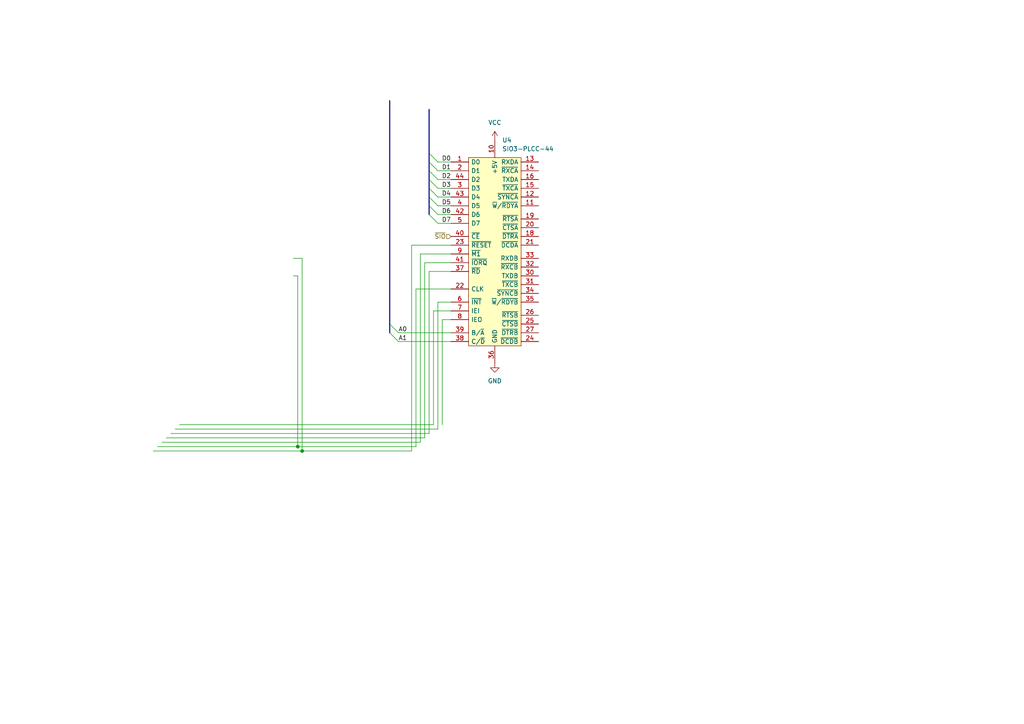
<source format=kicad_sch>
(kicad_sch (version 20250114) (generator "eeschema") (generator_version "9.0")
  (paper "A4")
  (lib_symbols
    (symbol "Zilog_Z80_Peripherals:SIO3-PLCC-44" (pin_names (offset 0.762))
      (property "Reference" "IC" (at 0 1.27 0))
      (property "Value" "SIO3-PLCC-44" (at 7.62 1.27 0))
      (symbol "SIO3-PLCC-44_0_0"
        (pin bidirectional line (at -5.08 -1.27 0) (length 5.08) (name "D0") (number "1"))
        (pin bidirectional line (at -5.08 -3.81 0) (length 5.08) (name "D1") (number "2"))
        (pin bidirectional line (at -5.08 -6.35 0) (length 5.08) (name "D2") (number "44"))
        (pin bidirectional line (at -5.08 -8.89 0) (length 5.08) (name "D3") (number "3"))
        (pin bidirectional line (at -5.08 -11.43 0) (length 5.08) (name "D4") (number "43"))
        (pin bidirectional line (at -5.08 -13.97 0) (length 5.08) (name "D5") (number "4"))
        (pin bidirectional line (at -5.08 -16.51 0) (length 5.08) (name "D6") (number "42"))
        (pin bidirectional line (at -5.08 -19.05 0) (length 5.08) (name "D7") (number "5"))
        (pin input line (at -5.08 -22.86 0) (length 5.08) (name "~{CE}") (number "40"))
        (pin input line (at -5.08 -25.4 0) (length 5.08) (name "~{RESET}") (number "23"))
        (pin input line (at -5.08 -27.94 0) (length 5.08) (name "~{M1}") (number "9"))
        (pin input line (at -5.08 -30.48 0) (length 5.08) (name "~{IORQ}") (number "41"))
        (pin input line (at -5.08 -33.02 0) (length 5.08) (name "~{RD}") (number "37"))
        (pin input line (at -5.08 -38.1 0) (length 5.08) (name "CLK") (number "22"))
        (pin open_collector line (at -5.08 -41.91 0) (length 5.08) (name "~{INT}") (number "6"))
        (pin input line (at -5.08 -44.45 0) (length 5.08) (name "IEI") (number "7"))
        (pin output line (at -5.08 -46.99 0) (length 5.08) (name "IEO") (number "8"))
        (pin input line (at -5.08 -50.8 0) (length 5.08) (name "B/~{A}") (number "39"))
        (pin input line (at -5.08 -53.34 0) (length 5.08) (name "C/~{D}") (number "38"))
        (pin power_in line (at 7.62 5.08 270) (length 5.08) (name "+5V") (number "10"))
        (pin power_in line (at 7.62 -59.69 90) (length 5.08) (name "GND") (number "36"))
        (pin no_connect line (at 11.43 -16.51 0) (length 2.54) (hide yes) (name "NC") (number "28"))
        (pin no_connect line (at 11.43 -19.05 0) (length 2.54) (hide yes) (name "NC") (number "29"))
        (pin no_connect line (at 11.43 -21.59 0) (length 2.54) (hide yes) (name "NC") (number "17"))
        (pin input line (at 20.32 -1.27 180) (length 5.08) (name "RXDA") (number "13"))
        (pin input line (at 20.32 -3.81 180) (length 5.08) (name "~{RXCA}") (number "14"))
        (pin output line (at 20.32 -6.35 180) (length 5.08) (name "TXDA") (number "16"))
        (pin output line (at 20.32 -8.89 180) (length 5.08) (name "~{TXCA}") (number "15"))
        (pin bidirectional line (at 20.32 -11.43 180) (length 5.08) (name "~{SYNCA}") (number "12"))
        (pin output line (at 20.32 -13.97 180) (length 5.08) (name "~{W}/~{RDYA}") (number "11"))
        (pin output line (at 20.32 -17.78 180) (length 5.08) (name "~{RTSA}") (number "19"))
        (pin input line (at 20.32 -20.32 180) (length 5.08) (name "~{CTSA}") (number "20"))
        (pin output line (at 20.32 -22.86 180) (length 5.08) (name "~{DTRA}") (number "18"))
        (pin input line (at 20.32 -25.4 180) (length 5.08) (name "~{DCDA}") (number "21"))
        (pin input line (at 20.32 -29.21 180) (length 5.08) (name "RXDB") (number "33"))
        (pin input line (at 20.32 -31.75 180) (length 5.08) (name "~{RXCB}") (number "32"))
        (pin output line (at 20.32 -34.29 180) (length 5.08) (name "TXDB") (number "30"))
        (pin input line (at 20.32 -36.83 180) (length 5.08) (name "~{TXCB}") (number "31"))
        (pin bidirectional line (at 20.32 -39.37 180) (length 5.08) (name "~{SYNCB}") (number "34"))
        (pin output line (at 20.32 -41.91 180) (length 5.08) (name "~{W}/~{RDYB}") (number "35"))
        (pin output line (at 20.32 -45.72 180) (length 5.08) (name "~{RTSB}") (number "26"))
        (pin input line (at 20.32 -48.26 180) (length 5.08) (name "~{CTSB}") (number "25"))
        (pin output line (at 20.32 -50.8 180) (length 5.08) (name "~{DTRB}") (number "27"))
        (pin input line (at 20.32 -53.34 180) (length 5.08) (name "~{DCDB}") (number "24"))
      )
      (symbol "SIO3-PLCC-44_0_1"
        (rectangle (start 0 0) (end 15.24 -54.61) (fill (type background)))
      )
    )
    (symbol "power:GND" (power) (pin_numbers (hide yes)) (pin_names (offset 0) (hide yes))
      (property "Value" "GND" (at 0 -3.81 0))
      (symbol "GND_0_1"
        (polyline (pts (xy 0 0) (xy 0 -1.27) (xy 1.27 -1.27) (xy 0 -2.54) (xy -1.27 -1.27) (xy 0 -1.27)))
      )
      (symbol "GND_1_1"
        (pin power_in line (at 0 0 270) (length 0) (name "~") (number "1"))
      )
    )
    (symbol "power:VCC" (power) (pin_numbers (hide yes)) (pin_names (offset 0) (hide yes))
      (property "Value" "VCC" (at 0 3.556 0))
      (symbol "VCC_0_1"
        (polyline (pts (xy -0.762 1.27) (xy 0 2.54)))
        (polyline (pts (xy 0 2.54) (xy 0.762 1.27)))
        (polyline (pts (xy 0 0) (xy 0 2.54)))
      )
      (symbol "VCC_1_1"
        (pin power_in line (at 0 0 90) (length 0) (name "~") (number "1"))
      )
    )
  )
  (junction (at 87.63 130.81))
  (junction (at 86.36 129.54))
  (bus_entry (at 124.46 59.69) (size 2.54 2.54))
  (bus_entry (at 124.46 62.23) (size 2.54 2.54))
  (bus_entry (at 124.46 49.53) (size 2.54 2.54))
  (bus_entry (at 124.46 44.45) (size 2.54 2.54))
  (bus_entry (at 124.46 52.07) (size 2.54 2.54))
  (bus_entry (at 113.03 96.52) (size 2.54 2.54))
  (bus_entry (at 124.46 57.15) (size 2.54 2.54))
  (bus_entry (at 124.46 46.99) (size 2.54 2.54))
  (bus_entry (at 124.46 54.61) (size 2.54 2.54))
  (bus_entry (at 113.03 93.98) (size 2.54 2.54))
  (wire (pts (xy 120.65 83.82) (xy 130.81 83.82)))
  (wire (pts (xy 124.46 78.74) (xy 124.46 125.73)))
  (wire (pts (xy 125.73 90.17) (xy 130.81 90.17)))
  (wire (pts (xy 87.63 74.93) (xy 85.09 74.93)))
  (wire (pts (xy 127 62.23) (xy 130.81 62.23)))
  (wire (pts (xy 127 87.63) (xy 127 124.46)))
  (wire (pts (xy 127 54.61) (xy 130.81 54.61)))
  (wire (pts (xy 121.92 73.66) (xy 121.92 128.27)))
  (wire (pts (xy 127 52.07) (xy 130.81 52.07)))
  (wire (pts (xy 119.38 71.12) (xy 119.38 130.81)))
  (wire (pts (xy 86.36 129.54) (xy 45.72 129.54)))
  (bus (pts (xy 124.46 54.61) (xy 124.46 57.15)))
  (wire (pts (xy 86.36 80.01) (xy 86.36 129.54)))
  (bus (pts (xy 124.46 52.07) (xy 124.46 54.61)))
  (wire (pts (xy 119.38 130.81) (xy 87.63 130.81)))
  (wire (pts (xy 127 124.46) (xy 50.8 124.46)))
  (wire (pts (xy 127 49.53) (xy 130.81 49.53)))
  (wire (pts (xy 130.81 78.74) (xy 124.46 78.74)))
  (wire (pts (xy 49.53 125.73) (xy 124.46 125.73)))
  (bus (pts (xy 113.03 93.98) (xy 113.03 96.52)))
  (wire (pts (xy 128.27 92.71) (xy 128.27 123.19)))
  (bus (pts (xy 124.46 44.45) (xy 124.46 46.99)))
  (wire (pts (xy 125.73 123.19) (xy 125.73 90.17)))
  (wire (pts (xy 115.57 96.52) (xy 130.81 96.52)))
  (wire (pts (xy 127 64.77) (xy 130.81 64.77)))
  (bus (pts (xy 124.46 31.75) (xy 124.46 44.45)))
  (wire (pts (xy 130.81 92.71) (xy 128.27 92.71)))
  (wire (pts (xy 130.81 87.63) (xy 127 87.63)))
  (wire (pts (xy 86.36 129.54) (xy 120.65 129.54)))
  (wire (pts (xy 127 46.99) (xy 130.81 46.99)))
  (wire (pts (xy 85.09 80.01) (xy 86.36 80.01)))
  (bus (pts (xy 124.46 59.69) (xy 124.46 62.23)))
  (wire (pts (xy 130.81 71.12) (xy 119.38 71.12)))
  (bus (pts (xy 124.46 49.53) (xy 124.46 52.07)))
  (wire (pts (xy 52.07 123.19) (xy 125.73 123.19)))
  (wire (pts (xy 46.99 128.27) (xy 121.92 128.27)))
  (wire (pts (xy 115.57 99.06) (xy 130.81 99.06)))
  (wire (pts (xy 121.92 73.66) (xy 130.81 73.66)))
  (bus (pts (xy 113.03 29.21) (xy 113.03 93.98)))
  (bus (pts (xy 124.46 57.15) (xy 124.46 59.69)))
  (wire (pts (xy 123.19 76.2) (xy 123.19 127)))
  (wire (pts (xy 127 59.69) (xy 130.81 59.69)))
  (wire (pts (xy 87.63 74.93) (xy 87.63 130.81)))
  (wire (pts (xy 127 57.15) (xy 130.81 57.15)))
  (wire (pts (xy 87.63 130.81) (xy 44.45 130.81)))
  (wire (pts (xy 120.65 83.82) (xy 120.65 129.54)))
  (bus (pts (xy 124.46 46.99) (xy 124.46 49.53)))
  (wire (pts (xy 130.81 76.2) (xy 123.19 76.2)))
  (wire (pts (xy 48.26 127) (xy 123.19 127)))
  (label "D0" (at 130.81 46.99 180))
  (label "A0" (at 115.57 96.52 0))
  (label "D4" (at 130.81 57.15 180))
  (label "A1" (at 115.57 99.06 0))
  (label "D3" (at 130.81 54.61 180))
  (label "D5" (at 130.81 59.69 180))
  (label "D2" (at 130.81 52.07 180))
  (label "D7" (at 130.81 64.77 180))
  (label "D1" (at 130.81 49.53 180))
  (label "D6" (at 130.81 62.23 180))
  (hierarchical_label "~{SIO}" (shape input) (at 130.81 68.58 180))
  (symbol (lib_id "power:GND") (at 143.51 105.41 0) (unit 1)
    (property "Reference" "#PWR052" (effects (hide yes)))
    (property "Value" "GND" (at 143.51 110.49 0))
    (property "Description" "Power symbol creates a global label with name \"GND\" , ground" (effects (hide yes)))
  )
  (symbol (lib_id "Zilog_Z80_Peripherals:SIO3-PLCC-44") (at 135.89 45.72 0) (unit 1)
    (property "Reference" "U4" (at 145.6533 40.64 0) (effects (justify left)))
    (property "Value" "SIO3-PLCC-44" (at 145.6533 43.18 0) (effects (justify left)))
    (property "Footprint" "Package_LCC:PLCC-44" (effects (hide yes)))
    (property "Datasheet" "http://www.zilog.com/docs/z80/ps0183.pdf" (effects (hide yes)))
    (property "Description" "Z80 CMOS SIO/3 Z84C43 Zilog" (effects (hide yes)))
    (property "Height" "4.06" (effects (hide yes)))
    (property "Manufacturer_Name" "Zilog" (effects (hide yes)))
    (property "Manufacturer_Part_Number" "Z84C4206PEG" (effects (hide yes)))
    (property "Mouser Part Number" "692-Z84C4206PEG" (effects (hide yes)))
    (property "Mouser Price/Stock" "https://www.mouser.com/Search/Refine.aspx?Keyword=692-Z84C4206PEG" (effects (hide yes)))
    (property "RS Part Number" "6600766" (effects (hide yes)))
    (property "RS Price/Stock" "https://uk.rs-online.com/web/p/products/6600766" (effects (hide yes)))
    (property "Allied_Number" "R1000052" (effects (hide yes)))
    (property "Allied Price/Stock" "https://www.alliedelec.com/zilog-z84c4206peg/R1000052/" (effects (hide yes)))
  )
  (symbol (lib_id "power:VCC") (at 143.51 40.64 0) (unit 1)
    (property "Reference" "#PWR049" (effects (hide yes)))
    (property "Value" "VCC" (at 143.51 35.56 0))
    (property "Description" "Power symbol creates a global label with name \"VCC\"" (effects (hide yes)))
  )
)
</source>
